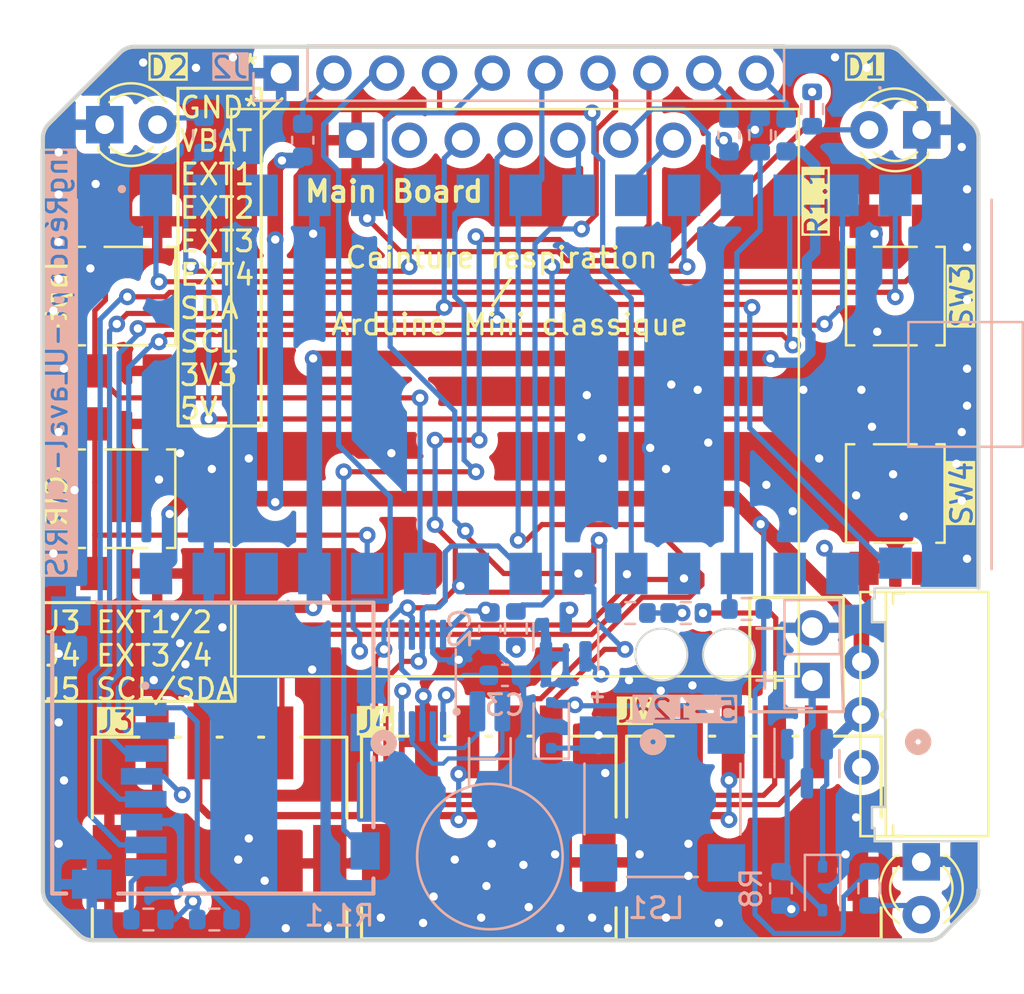
<source format=kicad_pcb>
(kicad_pcb (version 20241229) (generator "pcbnew") (generator_version "9.0")
  (title_block (title "Ceinture respiration") (date "2025-06-05") (rev "1.1") (company "IngReadapt"))
  (layers (0 "F.Cu" signal) (4 "In1.Cu" signal) (6 "In2.Cu" signal) (2 "B.Cu" signal) (13 "F.Paste" user) (15 "B.Paste" user) (5 "F.SilkS" user "F.Silkscreen") (7 "B.SilkS" user "B.Silkscreen") (1 "F.Mask" user) (3 "B.Mask" user) (25 "Edge.Cuts" user))
  (net 0 "")
  (net 1 "/DEVICES/LED2")
  (net 2 "/MCU/EXT4")
  (net 4 "GND")
  (net 5 "/DEVICES/LED1")
  (net 6 "/MCU/EXT3")
  (net 7 "/DEVICES/SD_DETECT")
  (net 8 "/DEVICES/BUZZER")
  (net 9 "/DEVICES/OLED_RST")
  (net 10 "/DEVICES/OLED_CS")
  (net 11 "/DEVICES/MISO")
  (net 12 "/DEVICES/SCK")
  (net 13 "+3.3V")
  (net 15 "/DEVICES/BTN4")
  (net 16 "/DEVICES/OLED_DC")
  (net 17 "/DEVICES/SD_CS")
  (net 18 "/MCU/bat_voltage")
  (net 19 "/SDA")
  (net 20 "/SCL")
  (net 21 "/MCU/EXT1")
  (net 22 "/MCU/EXT2")
  (net 23 "+5V")
  (net 25 "/DEVICES/BTN3")
  (net 26 "Net-(D3-A)")
  (net 27 "/DEVICES/BTN1")
  (net 28 "/DEVICES/BTN2")
  (net 29 "Net-(D5-A)")
  (net 30 "Net-(D2-A)")
  (net 31 "/DEVICES/M_REG")
  (net 32 "Net-(Q1-B)")
  (net 33 "/DEVICES/M+")
  (net 34 "/DEVICES/M-")
  (net 35 "/DEVICES/MOSI")
  (net 36 "Net-(D1-A)")
  (net 37 "/BATTERIE 9V/BAT+_PROT")
  (net 38 "/BATTERIE 9V/24V_PROT_GATE")
  (net 39 "/BATTERIE 9V/VBAT")
  (net 40 "Net-(J9-DAT2)")
  (net 41 "/BATTERIE 9V/BAT+")
  (net 42 "Net-(J9-DAT1)")
  (net 44 "Net-(J2-Pin_9)")
  (net 45 "Net-(J2-Pin_10)")
  (net 46 "Net-(J2-Pin_2)")
  (footprint "CentureResp:CONN4_20164_SEE" (layer "F.Cu") (at 155.447944 146.201301 180)
    (property "Reference" "J4")
    (property "Value" "Conn_01x06_Pin")
  )
  (footprint "Button_Switch_SMD:SW_SPST_TL3305B" (layer "F.Cu") (at 135 124.75 90)
    (property "Reference" "SW1")
    (property "Value" "SW_Push")
  )
  (footprint "Button_Switch_SMD:SW_SPST_TL3305B" (layer "F.Cu") (at 172 134.25 -90)
    (property "Reference" "SW4")
    (property "Value" "SW_Push")
  )
  (footprint "Button_Switch_SMD:SW_SPST_TL3305B" (layer "F.Cu") (at 172 124.75 -90)
    (property "Reference" "SW3")
    (property "Value" "SW_Push")
  )
  (footprint "CentureResp:CONN4_20164_SEE" (layer "F.Cu") (at 168.197944 146.201301 180)
    (property "Reference" "J5")
    (property "Value" "Conn_01x06_Pin")
  )
  (footprint "Button_Switch_SMD:SW_SPST_TL3305B" (layer "F.Cu") (at 135 134.5 90)
    (property "Reference" "SW2")
    (property "Value" "SW_Push")
  )
  (footprint "CentureResp:CONN4_20164_SEE" (layer "F.Cu") (at 142.5 146.25 180)
    (property "Reference" "J3")
    (property "Value" "Conn_01x06_Pin")
  )
  (footprint "CentureResp:EG1218" (layer "F.Cu") (at 170.36975 144.888 -90)
    (property "Reference" "S1" (hide yes))
    (property "Value" "EG1218")
    (fp_line (start -5.588 -0.508) (end -5.588 -0.635) (stroke (width 0.12)) (layer "Edge.Cuts"))
    (fp_line (start -4.445 -0.508) (end -5.588 -0.508) (stroke (width 0.12)) (layer "Edge.Cuts"))
    (fp_line (start 4.445 -0.508) (end 5.461 -0.508) (stroke (width 0.12)) (layer "Edge.Cuts"))
    (fp_line (start 5.461 -0.508) (end 5.461 -0.635) (stroke (width 0.12)) (layer "Edge.Cuts"))
    (fp_line (start -5.588 -0.635) (end -6.096 -0.635) (stroke (width 0.12)) (layer "Edge.Cuts"))
    (fp_line (start 6.096 -0.635) (end 5.461 -0.635) (stroke (width 0.12)) (layer "Edge.Cuts"))
    (fp_line (start 6.096 -0.635) (end 6.096 -1.524) (stroke (width 0.12)) (layer "Edge.Cuts"))
    (fp_line (start -4.445 -1.143) (end -4.445 -0.508) (stroke (width 0.12)) (layer "Edge.Cuts"))
    (fp_line (start 4.445 -1.143) (end 4.445 -0.508) (stroke (width 0.12)) (layer "Edge.Cuts"))
    (fp_line (start 4.445 -1.143) (end -4.445 -1.143) (stroke (width 0.12)) (layer "Edge.Cuts"))
    (fp_line (start -6.096 -1.524) (end -6.096 -0.635) (stroke (width 0.12)) (layer "Edge.Cuts"))
  )
  (footprint "LED_THT:LED_D3.0mm" (layer "F.Cu") (at 173.25 151.975 -90)
    (property "Reference" "D5" (hide yes))
    (property "Value" "LED")
  )
  (footprint "LED_THT:LED_D3.0mm" (layer "F.Cu") (at 133.975 116.5)
    (property "Reference" "D2")
    (property "Value" "GREEN")
  )
  (footprint "LED_THT:LED_D3.0mm" (layer "F.Cu") (at 173.275 116.75 180)
    (property "Reference" "D1")
    (property "Value" "RED" (hide yes))
  )
  (footprint "CentureResp:Adafruit_SSD1306_SPI" (layer "F.Cu") (at 153.71 117.25)
    (property "Reference" "J8" (hide yes))
    (property "Value" "Oled")
  )
  (footprint "Resistor_SMD:R_0603_1608Metric" (layer "B.Cu") (at 166.5 153.25 -90)
    (property "Reference" "R8")
    (property "Value" "10K")
  )
  (footprint "Resistor_SMD:R_0603_1608Metric" (layer "B.Cu") (at 159.25 140 180)
    (property "Reference" "R10" (hide yes))
    (property "Value" "10K")
  )
  (footprint "Package_TO_SOT_SMD:SOT-23" (layer "B.Cu") (at 167.75 147.25 -90)
    (property "Reference" "Q2" (hide yes))
    (property "Value" "AP10N04S")
  )
  (footprint "Connector_PinSocket_2.54mm:PinSocket_1x10_P2.54mm_Vertical" (layer "B.Cu") (at 142.46 114.02 -90)
    (property "Reference" "J2")
    (property "Value" "Conn_01x10_Socket")
  )
  (footprint "Package_SO:VSSOP-10_3x3mm_P0.5mm" (layer "B.Cu") (at 149.25 143.25 -90)
    (property "Reference" "U1" (hide yes))
    (property "Value" "DRV2605LDGS")
  )
  (footprint "Package_TO_SOT_SMD:SOT-23" (layer "B.Cu") (at 156.15 141.15 90)
    (property "Reference" "Q1" (hide yes))
    (property "Value" "MMBT3904")
  )
  (footprint "Connector_PinHeader_2.54mm:PinHeader_1x02_P2.54mm_Vertical" (layer "B.Cu") (at 168 143.25)
    (property "Reference" "J11" (hide yes))
    (property "Value" "Conn_01x02")
  )
  (footprint "Resistor_SMD:R_0603_1608Metric" (layer "B.Cu") (at 153.75 140.75 -90)
    (property "Reference" "R7" (hide yes))
    (property "Value" "1K")
  )
  (footprint "Resistor_SMD:R_0603_1608Metric" (layer "B.Cu") (at 136.075 154.75 180)
    (property "Reference" "R6" (hide yes))
    (property "Value" "10K")
  )
  (footprint "Resistor_SMD:R_0603_1608Metric" (layer "B.Cu") (at 161.925 140)
    (property "Reference" "R11" (hide yes))
    (property "Value" "10K")
  )
  (footprint "CentureResp:GCT_MEM2061-01-188-00-A_REVA" (layer "B.Cu") (at 139.175 146.5 90)
    (property "Reference" "J9" (hide yes))
    (property "Value" "MEM2061-01-188-00-A_REVA")
  )
  (footprint "Resistor_SMD:R_0603_1608Metric" (layer "B.Cu") (at 138.75 117 -90)
    (property "Reference" "R4" (hide yes))
    (property "Value" "1K")
  )
  (footprint "CentureResp:XDCR_C0720B001F" (layer "B.Cu") (at 152.5 149.75)
    (property "Reference" "M1" (hide yes))
    (property "Value" "Motor_DC")
  )
  (footprint "CentureResp:XDCR_CMT-7525-80-SMT-TR" (layer "B.Cu") (at 160.8 148.95 -90)
    (property "Reference" "LS1")
    (property "Value" "~" (hide yes))
  )
  (footprint "Diode_SMD:D_SOD-323" (layer "B.Cu") (at 168.5 153.25 -90)
    (property "Reference" "D4" (hide yes))
    (property "Value" "6-12V")
  )
  (footprint "Fuse:Fuse_0603_1608Metric" (layer "B.Cu") (at 166.75 117 -90)
    (property "Reference" "F2" (hide yes))
    (property "Value" "500mA")
  )
  (footprint "Fuse:Fuse_0603_1608Metric" (layer "B.Cu") (at 143.5 117.25 -90)
    (property "Reference" "F3" (hide yes))
    (property "Value" "500mA")
  )
  (footprint "Capacitor_SMD:C_0603_1608Metric" (layer "B.Cu") (at 153.225 143)
    (property "Reference" "C3")
    (property "Value" "1u")
  )
  (footprint "Diode_SMD:D_SOD-323F" (layer "B.Cu") (at 155.45 145.4 90)
    (property "Reference" "D3" (hide yes))
    (property "Value" "D")
  )
  (footprint "Resistor_SMD:R_0603_1608Metric" (layer "B.Cu") (at 168 115.75 90)
    (property "Reference" "R3" (hide yes))
    (property "Value" "1K")
  )
  (footprint "Capacitor_SMD:C_0603_1608Metric" (layer "B.Cu") (at 152.5 140.75 -90)
    (property "Reference" "C2")
    (property "Value" "1u")
  )
  (footprint "Resistor_SMD:R_0603_1608Metric" (layer "B.Cu") (at 139.25 154.75)
    (property "Reference" "R5" (hide yes))
    (property "Value" "10K")
  )
  (footprint "Resistor_SMD:R_0603_1608Metric" (layer "B.Cu") (at 164.845 139.808 180)
    (property "Reference" "R1" (hide yes))
    (property "Value" "10K")
  )
  (footprint "CentureResp:MODULE_ABX00027" (layer "B.Cu") (at 154.63 129)
    (property "Reference" "A1" (hide yes))
    (property "Value" "Arduino_Nano_v3.x")
  )
  (footprint "Resistor_SMD:R_0603_1608Metric" (layer "B.Cu") (at 165.5 117 90)
    (property "Reference" "R2" (hide yes))
    (property "Value" "1K")
  )
  (footprint "Fuse:Fuse_0603_1608Metric" (layer "B.Cu") (at 164 117 -90)
    (property "Reference" "F1" (hide yes))
    (property "Value" "500mA")
  )
  (footprint "Resistor_SMD:R_0603_1608Metric" (layer "B.Cu") (at 170.75 153.25 90)
    (property "Reference" "R9" (hide yes))
    (property "Value" "1K")
  )
  (gr_rect (start 165 139.25) (end 169.5 144.75) (stroke (width 0.15)) (fill no) (layer "F.SilkS"))
  (gr_rect (start 137.5 114.75) (end 141.5 131) (stroke (width 0.15)) (fill no) (layer "F.SilkS"))
  (gr_rect (start 131 139.5) (end 140.25 144.25) (stroke (width 0.15)) (fill no) (layer "F.SilkS"))
  (gr_line (start 141.5 116.25) (end 142.5 115.25) (stroke (width 0.15)) (layer "F.SilkS"))
  (gr_line (start 169.5 144.75) (end 165 144.75) (stroke (width 0.15)) (layer "B.SilkS"))
  (gr_rect (start 171.25 114.7246) (end 171.2754 114.75) (stroke (width 0.15)) (fill yes) (layer "B.SilkS"))
  (gr_line (start 169.33 139.38) (end 169.5 144.75) (stroke (width 0.15)) (layer "B.SilkS"))
  (gr_line (start 171.89375 138.792) (end 176 138.792) (stroke (width 0.1)) (layer "Edge.Cuts"))
  (gr_arc (start 131 117.164214) (mid 131.076116 116.781528) (end 131.292893 116.457107) (stroke (width 0.2)) (layer "Edge.Cuts"))
  (gr_arc (start 171.585786 112.75) (mid 171.968469 112.82612) (end 172.292893 113.042893) (stroke (width 0.2)) (layer "Edge.Cuts"))
  (gr_line (start 135.414214 112.75) (end 171.585786 112.75) (stroke (width 0.2)) (layer "Edge.Cuts"))
  (gr_line (start 133.414214 155.75) (end 173.585786 155.75) (stroke (width 0.2)) (layer "Edge.Cuts"))
  (gr_line (start 176 150.984) (end 176 153.335786) (stroke (width 0.1)) (layer "Edge.Cuts"))
  (gr_line (start 175.707107 154.042893) (end 174.292893 155.457107) (stroke (width 0.2)) (layer "Edge.Cuts"))
  (gr_arc (start 134.707107 113.042893) (mid 135.031531 112.826125) (end 135.414214 112.75) (stroke (width 0.2)) (layer "Edge.Cuts"))
  (gr_arc (start 131.292893 154.042893) (mid 131.076125 153.718469) (end 131 153.335786) (stroke (width 0.2)) (layer "Edge.Cuts"))
  (gr_arc (start 175.707107 116.457107) (mid 175.92388 116.78153) (end 176 117.164214) (stroke (width 0.2)) (layer "Edge.Cuts"))
  (gr_line (start 134.707107 113.042893) (end 131.292893 116.457107) (stroke (width 0.2)) (layer "Edge.Cuts"))
  (gr_circle (center 164 142) (end 164 140.75) (stroke (width 0.1)) (fill no) (layer "Edge.Cuts"))
  (gr_line (start 171.89375 150.984) (end 176 150.984) (stroke (width 0.1)) (layer "Edge.Cuts"))
  (gr_line (start 175.707107 116.457107) (end 172.292893 113.042893) (stroke (width 0.2)) (layer "Edge.Cuts"))
  (gr_line (start 176 138.792) (end 176 117.164214) (stroke (width 0.2)) (layer "Edge.Cuts"))
  (gr_arc (start 133.414214 155.75) (mid 133.031531 155.67388) (end 132.707107 155.457107) (stroke (width 0.2)) (layer "Edge.Cuts"))
  (gr_line (start 131 153.335786) (end 131 117.164214) (stroke (width 0.2)) (layer "Edge.Cuts"))
  (gr_circle (center 160.75 142) (end 160.75 140.75) (stroke (width 0.1)) (fill no) (layer "Edge.Cuts"))
  (gr_arc (start 174.292893 155.457107) (mid 173.968469 155.673875) (end 173.585786 155.75) (stroke (width 0.2)) (layer "Edge.Cuts"))
  (gr_line (start 131.292893 154.042893) (end 132.707107 155.457107) (stroke (width 0.2)) (layer "Edge.Cuts"))
  (gr_arc (start 176 153.335786) (mid 175.923884 153.718472) (end 175.707107 154.042893) (stroke (width 0.2)) (layer "Edge.Cuts"))
  (gr_text "R1.1" (at 168.8 122 90) (layer "F.SilkS" knockout) (effects (font (size 1 1)) (justify left bottom)))
  (gr_text "*" (at 140.5 114.25 0) (layer "F.SilkS") (effects (font (size 1 1)) (justify left bottom)))
  (gr_text "-" (at 165.5 141.25 0) (layer "F.SilkS") (effects (font (size 1 1)) (justify left bottom)))
  (gr_text "+" (at 165.5 143.75 0) (layer "F.SilkS") (effects (font (size 1 1)) (justify left bottom)))
  (gr_text "Ceinture respiration \n/ \nArduino Mini classique" (at 153.45 126.7 0) (layer "F.SilkS") (effects (font (size 1 1)) (justify bottom)))
  (gr_text "GND*\nVBAT\nEXT1\nEXT2\nEXT3\nEXT4\nSDA\nSCL\n3V3\n5V" (at 137.5 130.75 0) (layer "F.SilkS") (effects (font (size 1 1)) (justify left bottom)))
  (gr_text "Main Board" (at 143.5 120.3 0) (layer "F.SilkS") (effects (font (size 1 1) (thickness 0.2) (bold yes)) (justify left bottom)))
  (gr_text "J3 EXT1/2\nJ4 EXT3/4\nJ5 SCL/SDA" (at 131 144.25 0) (layer "F.SilkS") (effects (font (size 1 1)) (justify left bottom)))
  (gr_text "-" (at 165 141.25 0) (layer "B.SilkS") (effects (font (size 1 1)) (justify left bottom)))
  (gr_text "+" (at 165 143.75 0) (layer "B.SilkS") (effects (font (size 1 1)) (justify left bottom)))
  (gr_text "IngRéadapt-ULaval-CIRRIS" (at 132.25 117.5 90) (layer "B.SilkS" knockout) (effects (font (size 1 1)) (justify left bottom mirror)))
  (gr_text "5-12V" (at 164.5 145.25 0) (layer "B.SilkS" knockout) (effects (font (size 1 1)) (justify left bottom mirror)))
  (gr_text "R1.1" (at 147.05 155.15 0) (layer "B.SilkS") (effects (font (size 1 1)) (justify left bottom mirror)))
  (segment (start 148.623301 123.3355) (end 148.406801 123.552) (width 0.25) (layer "F.Cu") (net 1))
  (segment (start 138.332799 123.552) (end 138.116299 123.3355) (width 0.25) (layer "F.Cu") (net 1))
  (segment (start 148.406801 123.552) (end 138.332799 123.552) (width 0.25) (layer "F.Cu") (net 1))
  (via (at 138.116299 123.3355) (size 0.8) (drill 0.4) (layers "F.Cu" "B.Cu") (net 1))
  (via (at 148.623301 123.3355) (size 0.8) (drill 0.4) (layers "F.Cu" "B.Cu") (net 1))
  (segment (start 148.623301 123.3355) (end 148.623301 120.416699) (width 0.25) (layer "B.Cu") (net 1))
  (segment (start 137.875 123.094201) (end 137.875 118.7) (width 0.25) (layer "B.Cu") (net 1))
  (segment (start 137.875 118.7) (end 138.75 117.825) (width 0.25) (layer "B.Cu") (net 1))
  (segment (start 138.116299 123.3355) (end 137.875 123.094201) (width 0.25) (layer "B.Cu") (net 1))
  (segment (start 148.623301 120.416699) (end 149.14 119.9) (width 0.25) (layer "B.Cu") (net 1))
  (segment (start 162.6992 138.173095) (end 162.6992 138.6396) (width 0.25) (layer "F.Cu") (net 2))
  (segment (start 153.86 136.5) (end 154.25 136.5) (width 0.25) (layer "F.Cu") (net 2))
  (segment (start 155.006 135.744) (end 160.270105 135.744) (width 0.25) (layer "F.Cu") (net 2))
  (segment (start 153.447948 146.201301) (end 153.447948 145.252597) (width 0.25) (layer "F.Cu") (net 2))
  (segment (start 153.447948 145.252597) (end 154.576844 144.123701) (width 0.25) (layer "F.Cu") (net 2))
  (segment (start 162.09695 139.24185) (end 162.6992 138.6396) (width 0.25) (layer "F.Cu") (net 2))
  (segment (start 154.576844 144.123701) (end 154.944149 144.123701) (width 0.25) (layer "F.Cu") (net 2))
  (segment (start 154.944149 144.123701) (end 159.826 139.24185) (width 0.25) (layer "F.Cu") (net 2))
  (segment (start 160.270105 135.744) (end 162.6992 138.173095) (width 0.25) (layer "F.Cu") (net 2))
  (segment (start 159.826 139.24185) (end 162.09695 139.24185) (width 0.25) (layer "F.Cu") (net 2))
  (segment (start 154.25 136.5) (end 155.006 135.744) (width 0.25) (layer "F.Cu") (net 2))
  (via (at 153.86 136.5) (size 0.8) (drill 0.4) (layers "F.Cu" "B.Cu") (net 2))
  (segment (start 153.86 120.26) (end 154.22 119.9) (width 0.25) (layer "B.Cu") (net 2))
  (segment (start 155 114.18) (end 155 119.12) (width 0.25) (layer "B.Cu") (net 2))
  (segment (start 155.16 114.02) (end 155 114.18) (width 0.25) (layer "B.Cu") (net 2))
  (segment (start 155 119.12) (end 154.22 119.9) (width 0.25) (layer "B.Cu") (net 2))
  (segment (start 153.86 136.5) (end 153.86 120.26) (width 0.25) (layer "B.Cu") (net 2))
  (segment (start 170.524252 151.975) (end 170.49795 152.001302) (width 0.5) (layer "F.Cu") (net 4))
  (segment (start 149.3 144) (end 149.447956 144.147956) (width 0.25) (layer "F.Cu") (net 4))
  (segment (start 173.25 151.975) (end 170.524252 151.975) (width 0.5) (layer "F.Cu") (net 4))
  (segment (start 149.447956 144.147956) (end 149.447956 146.201301) (width 0.25) (layer "F.Cu") (net 4))
  (segment (start 170.5 121.25) (end 171 121.75) (width 0.25) (layer "F.Cu") (net 4))
  (segment (start 170.5 121.15) (end 170.5 121.25) (width 0.25) (layer "F.Cu") (net 4))
  (via (at 140.906 132.562) (size 0.8) (drill 0.4) (layers "F.Cu" "B.Cu") (net 4))
  (via (at 162.496 129.26) (size 0.8) (drill 0.4) (layers "F.Cu" "B.Cu") (net 4))
  (via (at 152.336 153.136) (size 0.8) (drill 0.4) (layers "F.Cu" "B.Cu") (net 4))
  (via (at 143.954 142.722) (size 0.8) (drill 0.4) (layers "F.Cu" "B.Cu") (net 4))
  (via (at 170.37 129.26) (size 0.8) (drill 0.4) (layers "F.Cu" "B.Cu") (net 4))
  (via (at 175.196 134.594) (size 0.8) (drill 0.4) (layers "F.Cu" "B.Cu") (net 4))
  (via (at 174.942 132.816) (size 0.8) (drill 0.4) (layers "F.Cu" "B.Cu") (net 4))
  (via (at 140.144 113.258) (size 0.8) (drill 0.4) (layers "F.Cu" "B.Cu") (net 4))
  (via (at 140.144 127.99) (size 0.8) (drill 0.4) (layers "F.Cu" "B.Cu") (net 4))
  (via (at 157.924 132.562) (size 0.8) (drill 0.4) (layers "F.Cu" "B.Cu") (net 4))
  (via (at 171 121.75) (size 0.8) (drill 0.4) (layers "F.Cu" "B.Cu") (net 4))
  (via (at 138.366 113.766) (size 0.8) (drill 0.4) (layers "F.Cu" "B.Cu") (net 4))
  (via (at 144 121.75) (size 0.8) (drill 0.4) (layers "F.Cu" "B.Cu") (net 4))
  (via (at 160.718 143.738) (size 0.8) (drill 0.4) (layers "F.Cu" "B.Cu") (net 4))
  (via (at 154.368 154.152) (size 0.8) (drill 0.4) (layers "F.Cu" "B.Cu") (net 4))
  (via (at 175.45 122.402) (size 0.8) (drill 0.4) (layers "F.Cu" "B.Cu") (net 4))
  (via (at 139.128 133.07) (size 0.8) (drill 0.4) (layers "F.Cu" "B.Cu") (net 4))
  (via (at 162.05 151.104) (size 0.8) (drill 0.4) (layers "F.Cu" "B.Cu") (net 4))
  (via (at 156.908 131.546) (size 0.8) (drill 0.4) (layers "F.Cu" "B.Cu") (net 4))
  (via (at 154.114 152.12) (size 0.8) (drill 0.4) (layers "F.Cu" "B.Cu") (net 4))
  (via (at 163.512 154.914) (size 0.8) (drill 0.4) (layers "F.Cu" "B.Cu") (net 4))
  (via (at 131.762 151.104) (size 0.8) (drill 0.4) (layers "F.Cu" "B.Cu") (net 4))
  (via (at 168.338 132.562) (size 0.8) (drill 0.4) (layers "F.Cu" "B.Cu") (net 4))
  (via (at 165.798 133.832) (size 0.8) (drill 0.4) (layers "F.Cu" "B.Cu") (net 4))
  (via (at 155.638 151.612) (size 0.8) (drill 0.4) (layers "F.Cu" "B.Cu") (net 4))
  (via (at 170.116 149.834) (size 0.8) (drill 0.4) (layers "F.Cu" "B.Cu") (net 4))
  (via (at 147.256 154.66) (size 0.8) (drill 0.4) (layers "F.Cu" "B.Cu") (net 4))
  (via (at 165.25 116.75) (size 0.8) (drill 0.4) (layers "F.Cu" "B.Cu") (net 4))
  (via (at 147.764 132.308) (size 0.8) (drill 0.4) (layers "F.Cu" "B.Cu") (net 4))
  (via (at 172.402 135.356) (size 0.8) (drill 0.4) (layers "F.Cu" "B.Cu") (net 4))
  (via (at 162.242 143.484) (size 0.8) (drill 0.4) (layers "F.Cu" "B.Cu") (net 4))
  (via (at 162.05 152.65) (size 0.8) (drill 0.4) (layers "F.Cu" "B.Cu") (net 4))
  (via (at 160.972 154.66) (size 0.8) (drill 0.4) (layers "F.Cu" "B.Cu") (net 4))
  (via (at 133.54 119.354) (size 0.8) (drill 0.4) (layers "F.Cu" "B.Cu") (net 4))
  (via (at 142.684 155.168) (size 0.8) (drill 0.4) (layers "F.Cu" "B.Cu") (net 4))
  (via (at 163.004 131.8) (size 0.8) (drill 0.4) (layers "F.Cu" "B.Cu") (net 4))
  (via (at 167.068 135.102) (size 0.8) (drill 0.4) (layers "F.Cu" "B.Cu") (net 4))
  (via (at 139.636 140.69) (size 0.8) (drill 0.4) (layers "F.Cu" "B.Cu") (net 4))
  (via (at 131.508 137.134) (size 0.8) (drill 0.4) (layers "F.Cu" "B.Cu") (net 4))
  (via (at 137.35 140.182) (size 0.8) (drill 0.4) (layers "F.Cu" "B.Cu") (net 4))
  (via (at 149.288 154.914) (size 0.8) (drill 0.4) (layers "F.Cu" "B.Cu") (net 4))
  (via (at 132.524 134.086) (size 0.8) (drill 0.4) (layers "F.Cu" "B.Cu") (net 4))
  (via (at 131.762 122.148) (size 0.8) (drill 0.4) (layers "F.Cu" "B.Cu") (net 4))
  (via (at 132.016 148.056) (size 0.8) (drill 0.4) (layers "F.Cu" "B.Cu") (net 4))
  (via (at 169.608 151.612) (size 0.8) (drill 0.4) (layers "F.Cu" "B.Cu") (net 4))
  (via (at 140.398 151.866) (size 0.8) (drill 0.4) (layers "F.Cu" "B.Cu") (net 4))
  (via (at 160.21 132.054) (size 0.8) (drill 0.4) (layers "F.Cu" "B.Cu") (net 4))
  (via (at 135.826 113.512) (size 0.8) (drill 0.4) (layers "F.Cu" "B.Cu") (net 4))
  (via (at 175.45 119.608) (size 0.8) (drill 0.4) (layers "F.Cu" "B.Cu") (net 4))
  (via (at 175.45 137.388) (size 0.8) (drill 0.4) (layers "F.Cu" "B.Cu") (net 4))
  (via (at 169.1 113.258) (size 0.8) (drill 0.4) (layers "F.Cu" "B.Cu") (net 4))
  (via (at 175.45 128.244) (size 0.8) (drill 0.4) (layers "F.Cu" "B.Cu") (net 4))
  (via (at 152.59 151.104) (size 0.8) (drill 0.4) (layers "F.Cu" "B.Cu") (net 4))
  (via (at 140.906 150.85) (size 0.8) (drill 0.4) (layers "F.Cu" "B.Cu") (net 4))
  (via (at 175.196 117.576) (size 0.8) (drill 0.4) (layers "F.Cu" "B.Cu") (net 4))
  (via (at 159.194 143.23) (size 0.8) (drill 0.4) (layers "F.Cu" "B.Cu") (net 4))
  (via (at 159.702 151.612) (size 0.8) (drill 0.4) (layers "F.Cu" "B.Cu") (net 4))
  (via (at 144.716 155.168) (size 0.8) (drill 0.4) (layers "F.Cu" "B.Cu") (net 4))
  (via (at 149.796 153.644) (size 0.8) (drill 0.4) (layers "F.Cu" "B.Cu") (net 4))
  (via (at 175.45 124.942) (size 0.8) (drill 0.4) (layers "F.Cu" "B.Cu") (net 4))
  (via (at 157.416 154.66) (size 0.8) (drill 0.4) (layers "F.Cu" "B.Cu") (net 4))
  (via (at 170.878 131.038) (size 0.8) (drill 0.4) (layers "F.Cu" "B.Cu") (net 4))
  (via (at 131.762 117.83) (size 0.8) (drill 0.4) (layers "F.Cu" "B.Cu") (net 4))
  (via (at 131.762 119.862) (size 0.8) (drill 0.4) (layers "F.Cu" "B.Cu") (net 4))
  (via (at 131.762 145.262) (size 0.8) (drill 0.4) (layers "F.Cu" "B.Cu") (net 4))
  (via (at 161.226 129.006) (size 0.8) (drill 0.4) (layers "F.Cu" "B.Cu") (net 4))
  (via (at 155.892 155.168) (size 0.8) (drill 0.4) (layers "F.Cu" "B.Cu") (net 4))
  (via (at 137.858 142.468) (size 0.8) (drill 0.4) (layers "F.Cu" "B.Cu") (net 4))
  (via (at 157.162 129.514) (size 0.8) (drill 0.4) (layers "F.Cu" "B.Cu") (net 4))
  (via (at 158.05 147.7) (size 0.8) (drill 0.4) (layers "F.Cu" "B.Cu") (net 4))
  (via (at 131.762 131.292) (size 0.8) (drill 0.4) (layers "F.Cu" "B.Cu") (net 4))
  (via (at 131.508 125.45) (size 0.8) (drill 0.4) (layers "F.Cu" "B.Cu") (net 4))
  (via (at 175.45 130.022) (size 0.8) (drill 0.4) (layers "F.Cu" "B.Cu") (net 4))
  (via (at 160.972 133.07) (size 0.8) (drill 0.4) (layers "F.Cu" "B.Cu") (net 4))
  (via (at 137.35 153.39) (size 0.8) (drill 0.4) (layers "F.Cu" "B.Cu") (net 4))
  (via (at 149.3 144) (size 0.8) (drill 0.4) (layers "F.Cu" "B.Cu") (net 4))
  (via (at 133.286 123.418) (size 0.8) (drill 0.4) (layers "F.Cu" "B.Cu") (net 4))
  (via (at 158.178 155.168) (size 0.8) (drill 0.4) (layers "F.Cu" "B.Cu") (net 4))
  (via (at 136.334 143.23) (size 0.8) (drill 0.4) (layers "F.Cu" "B.Cu") (net 4))
  (via (at 136.588 133.578) (size 0.8) (drill 0.4) (layers "F.Cu" "B.Cu") (net 4))
  (via (at 175.196 131.292) (size 0.8) (drill 0.4) (layers "F.Cu" "B.Cu") (net 4))
  (via (at 137.604 132.308) (size 0.8) (drill 0.4) (layers "F.Cu" "B.Cu") (net 4))
  (via (at 132.016 128.244) (size 0.8) (drill 0.4) (layers "F.Cu" "B.Cu") (net 4))
  (via (at 137.604 141.452) (size 0.8) (drill 0.4) (layers "F.Cu" "B.Cu") (net 4))
  (via (at 141.668 152.882) (size 0.8) (drill 0.4) (layers "F.Cu" "B.Cu") (net 4))
  (via (at 151 142.25) (size 0.8) (drill 0.4) (layers "F.Cu" "B.Cu") (net 4))
  (via (at 171.132 126.466) (size 0.8) (drill 0.4) (layers "F.Cu" "B.Cu") (net 4))
  (via (at 170.116 134.34) (size 0.8) (drill 0.4) (layers "F.Cu" "B.Cu") (net 4))
  (via (at 131.762 123.926) (size 0.8) (drill 0.4) (layers "F.Cu" "B.Cu") (net 4))
  (via (at 167 154.25) (size 0.8) (drill 0.4) (layers "F.Cu" "B.Cu") (net 4))
  (via (at 171.894 133.324) (size 0.8) (drill 0.4) (layers "F.Cu" "B.Cu") (net 4))
  (via (at 150.812 151.866) (size 0.8) (drill 0.4) (layers "F.Cu" "B.Cu") (net 4))
  (via (at 167.576 129.26) (size 0.8) (drill 0.4) (layers "F.Cu" "B.Cu") (net 4))
  (via (at 152.082 154.66) (size 0.8) (drill 0.4) (layers "F.Cu" "B.Cu") (net 4))
  (via (at 170.624 113.766) (size 0.8) (drill 0.4) (layers "F.Cu" "B.Cu") (net 4))
  (via (at 131.762 141.96) (size 0.8) (drill 0.4) (layers "F.Cu" "B.Cu") (net 4))
  (segment (start 154 143) (end 153.25 142.25) (width 0.25) (layer "B.Cu") (net 4))
  (segment (start 144.06 121.69) (end 144 121.75) (width 0.5) (layer "B.Cu") (net 4))
  (segment (start 155.2 142.0875) (end 154.9125 142.0875) (width 0.25) (layer "B.Cu") (net 4))
  (segment (start 154.9125 142.0875) (end 154 143) (width 0.25) (layer "B.Cu") (net 4))
  (segment (start 149.75 141.914) (end 149.75 141.05) (width 0.25) (layer "B.Cu") (net 4))
  (segment (start 152.5 141.525) (end 151.975 141.525) (width 0.25) (layer "B.Cu") (net 4))
  (segment (start 152.5 141.542462) (end 153.228769 142.271231) (width 0.25) (layer "B.Cu") (net 4))
  (segment (start 150.086 142.25) (end 149.75 141.914) (width 0.25) (layer "B.Cu") (net 4))
  (segment (start 149.3 144) (end 149.25 144.05) (width 0.25) (layer "B.Cu") (net 4))
  (segment (start 144.06 119.9) (end 144.06 121.69) (width 0.5) (layer "B.Cu") (net 4))
  (segment (start 151.975 141.525) (end 151.25 142.25) (width 0.25) (layer "B.Cu") (net 4))
  (segment (start 152.5 141.525) (end 152.5 141.542462) (width 0.25) (layer "B.Cu") (net 4))
  (segment (start 155.2 142.0875) (end 155.0625 141.95) (width 0.25) (layer "B.Cu") (net 4))
  (segment (start 151.25 142.25) (end 150.086 142.25) (width 0.25) (layer "B.Cu") (net 4))
  (segment (start 149.25 144.05) (end 149.25 145.45) (width 0.25) (layer "B.Cu") (net 4))
  (segment (start 155.0625 141.95) (end 155.0625 141.9375) (width 0.25) (layer "B.Cu") (net 4))
  (segment (start 144.06 119.31) (end 144.06 119.9) (width 0.5) (layer "B.Cu") (net 4))
  (segment (start 156.219405 123.044) (end 155.785905 122.6105) (width 0.25) (layer "F.Cu") (net 5))
  (segment (start 161.254195 123.044) (end 156.219405 123.044) (width 0.25) (layer "F.Cu") (net 5))
  (segment (start 155.785905 122.6105) (end 148.1985 122.6105) (width 0.25) (layer "F.Cu") (net 5))
  (segment (start 168 114.925) (end 168 116.298195) (width 0.25) (layer "F.Cu") (net 5))
  (segment (start 168 116.298195) (end 161.254195 123.044) (width 0.25) (layer "F.Cu") (net 5))
  (segment (start 148.1985 122.6105) (end 146.6 121.012) (width 0.25) (layer "F.Cu") (net 5))
  (via (at 146.6 121.012) (size 0.8) (drill 0.4) (layers "F.Cu" "B.Cu") (net 5))
  (via (at 168 114.925) (size 0.8) (drill 0.4) (layers "F.Cu" "B.Cu") (net 5))
  (segment (start 146.6 121.012) (end 146.6 119.9) (width 0.25) (layer "B.Cu") (net 5))
  (segment (start 151.32 136.0505) (end 151.32 136.252) (width 0.25) (layer "F.Cu") (net 6))
  (segment (start 153.168 138.1) (end 156.76 138.1) (width 0.25) (layer "F.Cu") (net 6))
  (segment (start 159 141.75) (end 158.014 141.75) (width 0.25) (layer "F.Cu") (net 6))
  (segment (start 151.32 136.252) (end 153.168 138.1) (width 0.25) (layer "F.Cu") (net 6))
  (segment (start 155.447944 144.316056) (end 155.447944 146.201301) (width 0.25) (layer "F.Cu") (net 6))
  (segment (start 158.014 141.75) (end 155.447944 144.316056) (width 0.25) (layer "F.Cu") (net 6))
  (via (at 159 141.75) (size 0.8) (drill 0.4) (layers "F.Cu" "B.Cu") (net 6))
  (via (at 151.32 136.0505) (size 0.8) (drill 0.4) (layers "F.Cu" "B.Cu") (net 6))
  (via (at 156.76 138.1) (size 0.8) (drill 0.4) (layers "F.Cu" "B.Cu") (net 6))
  (segment (start 147.705 118.413) (end 147.455 118.163) (width 0.25) (layer "B.Cu") (net 6))
  (segment (start 150.812 135.5425) (end 150.812 130.294695) (width 0.25) (layer "B.Cu") (net 6))
  (segment (start 151.32 136.0505) (end 150.812 135.5425) (width 0.25) (layer "B.Cu") (net 6))
  (segment (start 147.455 118.163) (end 147.455 116.295) (width 0.25) (layer "B.Cu") (net 6))
  (segment (start 157.5 140.3) (end 157.5 138.84) (width 0.25) (layer "B.Cu") (net 6))
  (segment (start 159 141.75) (end 158.95 141.75) (width 0.25) (layer "B.Cu") (net 6))
  (segment (start 147.705 127.187695) (end 147.705 118.413) (width 0.25) (layer "B.Cu") (net 6))
  (segment (start 157.5 138.84) (end 156.76 138.1) (width 0.25) (layer "B.Cu") (net 6))
  (segment (start 150.708 115.932) (end 152.62 114.02) (width 0.25) (layer "B.Cu") (net 6))
  (segment (start 150.812 130.294695) (end 147.705 127.187695) (width 0.25) (layer "B.Cu") (net 6))
  (segment (start 158.95 141.75) (end 157.5 140.3) (width 0.25) (layer "B.Cu") (net 6))
  (segment (start 147.818 115.932) (end 150.708 115.932) (width 0.25) (layer "B.Cu") (net 6))
  (segment (start 147.455 116.295) (end 147.818 115.932) (width 0.25) (layer "B.Cu") (net 6))
  (segment (start 151.828 133.204) (end 145.475 133.204) (width 0.25) (layer "F.Cu") (net 7))
  (via (at 145.475 133.204) (size 0.8) (drill 0.4) (layers "F.Cu" "B.Cu") (net 7))
  (via (at 151.828 133.204) (size 0.8) (drill 0.4) (layers "F.Cu" "B.Cu") (net 7))
  (segment (start 151.68 119.9) (end 150.812 120.768) (width 0.25) (layer "B.Cu") (net 7))
  (segment (start 151.262 125.225195) (end 151.262 132.638) (width 0.25) (layer "B.Cu") (net 7))
  (segment (start 146.5 151.45) (end 145.475 150.425) (width 0.25) (layer "B.Cu") (net 7))
  (segment (start 150.812 120.768) (end 150.812 124.775195) (width 0.25) (layer "B.Cu") (net 7))
  (segment (start 151.262 132.638) (end 151.828 133.204) (width 0.25) (layer "B.Cu") (net 7))
  (segment (start 145.475 150.425) (end 145.475 133.204) (width 0.25) (layer "B.Cu") (net 7))
  (segment (start 150.812 124.775195) (end 151.262 125.225195) (width 0.25) (layer "B.Cu") (net 7))
  (segment (start 161.7715 123.552) (end 161.988 123.3355) (width 0.25) (layer "F.Cu") (net 8))
  (segment (start 155.4856 123.3355) (end 155.7021 123.552) (width 0.25) (layer "F.Cu") (net 8))
  (segment (start 155.7021 123.552) (end 161.7715 123.552) (width 0.25) (layer "F.Cu") (net 8))
  (via (at 155.4856 123.3355) (size 0.8) (drill 0.4) (layers "F.Cu" "B.Cu") (net 8))
  (via (at 161.988 123.3355) (size 0.8) (drill 0.4) (layers "F.Cu" "B.Cu") (net 8))
  (segment (start 154.0625 139.6125) (end 153.75 139.925) (width 0.25) (layer "B.Cu") (net 8))
  (segment (start 155.4856 123.3355) (end 155.4856 136.76) (width 0.25) (layer "B.Cu") (net 8))
  (segment (start 155.0207 139.6125) (end 154.0625 139.6125) (width 0.25) (layer "B.Cu") (net 8))
  (segment (start 161.988 123.3355) (end 161.84 123.1875) (width 0.25) (layer "B.Cu") (net 8))
  (segment (start 155.4856 136.76) (end 155.4856 139.1476) (width 0.25) (layer "B.Cu") (net 8))
  (segment (start 155.4856 139.1476) (end 155.0207 139.6125) (width 0.25) (layer "B.Cu") (net 8))
  (segment (start 161.84 123.1875) (end 161.84 119.9) (width 0.25) (layer "B.Cu") (net 8))
  (segment (start 156.76 117.76) (end 156.25 117.25) (width 0.25) (layer "B.Cu") (net 9))
  (segment (start 156.76 119.9) (end 156.76 117.76) (width 0.25) (layer "B.Cu") (net 9))
  (segment (start 159.3 119.28) (end 161.33 117.25) (width 0.25) (layer "B.Cu") (net 10))
  (segment (start 159.3 119.9) (end 159.3 119.28) (width 0.25) (layer "B.Cu") (net 10))
  (segment (start 171.7835 124.568) (end 172 124.7845) (width 0.25) (layer "F.Cu") (net 11))
  (segment (start 135.064 124.7845) (end 136.888805 124.7845) (width 0.25) (layer "F.Cu") (net 11))
  (segment (start 136.888805 124.7845) (end 137.105305 124.568) (width 0.25) (layer "F.Cu") (net 11))
  (segment (start 137.105305 124.568) (end 171.7835 124.568) (width 0.25) (layer "F.Cu") (net 11))
  (via (at 172 124.7845) (size 0.8) (drill 0.4) (layers "F.Cu" "B.Cu") (net 11))
  (via (at 135.064 124.7845) (size 0.8) (drill 0.4) (layers "F.Cu" "B.Cu") (net 11))
  (segment (start 134.838195 124.7845) (end 133.7576 125.865095) (width 0.25) (layer "B.Cu") (net 11))
  (segment (start 133.7576 125.865095) (end 133.7576 142.534008) (width 0.25) (layer "B.Cu") (net 11))
  (segment (start 133.275 149.735) (end 134.7 151.16) (width 0.25) (layer "B.Cu") (net 11))
  (segment (start 172 119.9) (end 172 124.716) (width 0.25) (layer "B.Cu") (net 11))
  (segment (start 134.7 151.16) (end 135.95 151.16) (width 0.25) (layer "B.Cu") (net 11))
  (segment (start 133.275 143.016608) (end 133.275 149.735) (width 0.25) (layer "B.Cu") (net 11))
  (segment (start 133.7576 142.534008) (end 133.275 143.016608) (width 0.25) (layer "B.Cu") (net 11))
  (segment (start 171.9315 124.7845) (end 172 124.7845) (width 0.25) (layer "B.Cu") (net 11))
  (segment (start 135.064 124.7845) (end 134.838195 124.7845) (width 0.25) (layer "B.Cu") (net 11))
  (segment (start 172 124.716) (end 171.9315 124.7845) (width 0.25) (layer "B.Cu") (net 11))
  (segment (start 135.064 125.584) (end 134.556 126.092) (width 0.25) (layer "F.Cu") (net 12))
  (segment (start 150.0125 125.584) (end 135.064 125.584) (width 0.25) (layer "F.Cu") (net 12))
  (segment (start 150.304 125.2925) (end 150.0125 125.584) (width 0.25) (layer "F.Cu") (net 12))
  (segment (start 150.446 125.1505) (end 150.304 125.2925) (width 0.25) (layer "F.Cu") (net 12))
  (segment (start 165.1045 125.2925) (end 164.9625 125.1505) (width 0.25) (layer "F.Cu") (net 12))
  (segment (start 164.9625 125.1505) (end 150.446 125.1505) (width 0.25) (layer "F.Cu") (net 12))
  (via (at 134.556 126.092) (size 0.8) (drill 0.4) (layers "F.Cu" "B.Cu") (net 12))
  (via (at 150.304 125.2925) (size 0.8) (drill 0.4) (layers "F.Cu" "B.Cu") (net 12))
  (via (at 165.1045 125.2925) (size 0.8) (drill 0.4) (layers "F.Cu" "B.Cu") (net 12))
  (segment (start 172 138.1) (end 165 131.1) (width 0.25) (layer "B.Cu") (net 12))
  (segment (start 150.304 118.116) (end 151.17 117.25) (width 0.25) (layer "B.Cu") (net 12))
  (segment (start 133.725 143.203004) (end 134.2076 142.720404) (width 0.25) (layer "B.Cu") (net 12))
  (segment (start 135.95 148.96) (end 134.7 148.96) (width 0.25) (layer "B.Cu") (net 12))
  (segment (start 165 125.397) (end 165.1045 125.2925) (width 0.25) (layer "B.Cu") (net 12))
  (segment (start 134.7 148.96) (end 133.725 147.985) (width 0.25) (layer "B.Cu") (net 12))
  (segment (start 134.2076 142.720404) (end 134.2076 126.4404) (width 0.25) (layer "B.Cu") (net 12))
  (segment (start 150.304 125.2925) (end 150.304 118.116) (width 0.25) (layer "B.Cu") (net 12))
  (segment (start 165 131.1) (end 165 125.75) (width 0.25) (layer "B.Cu") (net 12))
  (segment (start 134.2076 126.4404) (end 134.556 126.092) (width 0.25) (layer "B.Cu") (net 12))
  (segment (start 165 125.75) (end 165 125.397) (width 0.25) (layer "B.Cu") (net 12))
  (segment (start 133.725 147.985) (end 133.725 143.203004) (width 0.25) (layer "B.Cu") (net 12))
  (via (at 157.725 145.875) (size 0.8) (drill 0.4) (layers "F.Cu" "B.Cu") (net 13))
  (via (at 168.592 136.88) (size 0.8) (drill 0.4) (layers "F.Cu" "B.Cu") (net 13))
  (via (at 163.75 117.25) (size 0.8) (drill 0.4) (layers "F.Cu" "B.Cu") (net 13))
  (via (at 138.224356 153.874259) (size 0.8) (drill 0.4) (layers "F.Cu" "B.Cu") (net 13))
  (via (at 150.4 143.95) (size 0.8) (drill 0.4) (layers "F.Cu" "B.Cu") (net 13))
  (via (at 152.3 139.8522) (size 0.8) (drill 0.4) (layers "F.Cu" "B.Cu") (net 13))
  (via (at 161.75 140) (size 0.8) (drill 0.4) (layers "F.Cu" "B.Cu") (net 13))
  (via (at 137.7005 148.75) (size 0.8) (drill 0.4) (layers "F.Cu" "B.Cu") (net 13))
  (via (at 148.3 143.75) (size 0.8) (drill 0.4) (layers "F.Cu" "B.Cu") (net 13))
  (segment (start 163.75 117.25) (end 164 117.5) (width 0.25) (layer "B.Cu") (net 13))
  (segment (start 155.45 146.5) (end 157.1 146.5) (width 0.25) (layer "B.Cu") (net 13))
  (segment (start 148.25 144.014) (end 148.25 145.45) (width 0.25) (layer "B.Cu") (net 13))
  (segment (start 169.46 137.748) (end 168.592 136.88) (width 0.25) (layer "B.Cu") (net 13))
  (segment (start 151.4 139.9) (end 150.25 141.05) (width 0.25) (layer "B.Cu") (net 13))
  (segment (start 152.2522 139.9) (end 151.4 139.9) (width 0.25) (layer "B.Cu") (net 13))
  (segment (start 150.25 144.1) (end 150.4 143.95) (width 0.25) (layer "B.Cu") (net 13))
  (segment (start 135.75 147.86) (end 136.8105 147.86) (width 0.25) (layer "B.Cu") (net 13))
  (segment (start 160.5 140) (end 161.1 140) (width 0.25) (layer "B.Cu") (net 13))
  (segment (start 157.1 146.5) (end 157.725 145.875) (width 0.25) (layer "B.Cu") (net 13))
  (segment (start 148.3 143.964) (end 148.25 144.014) (width 0.25) (layer "B.Cu") (net 13))
  (segment (start 152.4228 139.975) (end 152.3 139.8522) (width 0.25) (layer "B.Cu") (net 13))
  (segment (start 160.5 140) (end 161.75 140) (width 0.25) (layer "B.Cu") (net 13))
  (segment (start 137.348615 154.75) (end 138.224356 153.874259) (width 0.25) (layer "B.Cu") (net 13))
  (segment (start 152.5 139.975) (end 152.4228 139.975) (width 0.25) (layer "B.Cu") (net 13))
  (segment (start 164 117.5) (end 164 117.7875) (width 0.25) (layer "B.Cu") (net 13))
  (segment (start 138.224356 153.874259) (end 138.425 154.074903) (width 0.25) (layer "B.Cu") (net 13))
  (segment (start 169.46 138.1) (end 169.46 137.748) (width 0.25) (layer "B.Cu") (net 13))
  (segment (start 138.425 154.074903) (end 138.425 154.75) (width 0.25) (layer "B.Cu") (net 13))
  (segment (start 148.3 143.75) (end 148.3 143.964) (width 0.25) (layer "B.Cu") (net 13))
  (segment (start 136.8105 147.86) (end 137.7005 148.75) (width 0.25) (layer "B.Cu") (net 13))
  (segment (start 160.075 140) (end 160.5 140) (width 0.25) (layer "B.Cu") (net 13))
  (segment (start 136.9 154.75) (end 137.348615 154.75) (width 0.25) (layer "B.Cu") (net 13))
  (segment (start 152.3 139.8522) (end 152.2522 139.9) (width 0.25) (layer "B.Cu") (net 13))
  (segment (start 150.25 145.45) (end 150.25 144.1) (width 0.25) (layer "B.Cu") (net 13))
  (segment (start 169.608 131.775) (end 173.405 131.775) (width 0.25) (layer "F.Cu") (net 15))
  (segment (start 146.494 130.784) (end 146.614 130.664) (width 0.25) (layer "F.Cu") (net 15))
  (segment (start 173.5 131.68) (end 173.5 137.85) (width 0.25) (layer "F.Cu") (net 15))
  (segment (start 138.98 130.664) (end 146.374 130.664) (width 0.25) (layer "F.Cu") (net 15))
  (segment (start 173.405 131.775) (end 173.5 131.68) (width 0.25) (layer "F.Cu") (net 15))
  (segment (start 168.497 130.664) (end 169.608 131.775) (width 0.25) (layer "F.Cu") (net 15))
  (segment (start 146.374 130.664) (end 146.494 130.784) (width 0.25) (layer "F.Cu") (net 15))
  (segment (start 173.5 130.65) (end 173.5 131.68) (width 0.25) (layer "F.Cu") (net 15))
  (segment (start 146.614 130.664) (end 168.497 130.664) (width 0.25) (layer "F.Cu") (net 15))
  (via (at 138.98 130.664) (size 0.8) (drill 0.4) (layers "F.Cu" "B.Cu") (net 15))
  (segment (start 138.98 130.664) (end 138.98 119.9) (width 0.25) (layer "B.Cu") (net 15))
  (segment (start 158.58 116.75) (end 158.58 116.92) (width 0.25) (layer "F.Cu") (net 16))
  (segment (start 164.38 119.9) (end 163.004 118.524) (width 0.25) (layer "B.Cu") (net 16))
  (segment (start 163.004 118.524) (end 163.004 116.948) (width 0.25) (layer "B.Cu") (net 16))
  (segment (start 163.004 116.948) (end 161.806 115.75) (width 0.25) (layer "B.Cu") (net 16))
  (segment (start 164.38 119.9) (end 164.38 119.34) (width 0.25) (layer "B.Cu") (net 16))
  (segment (start 161.806 115.75) (end 160.29 115.75) (width 0.25) (layer "B.Cu") (net 16))
  (segment (start 160.29 115.75) (end 158.79 117.25) (width 0.25) (layer "B.Cu") (net 16))
  (segment (start 136.938498 126.6) (end 136.588 126.950498) (width 0.25) (layer "F.Cu") (net 17))
  (segment (start 166.56 126.6) (end 136.938498 126.6) (width 0.25) (layer "F.Cu") (net 17))
  (segment (start 167.068 127.108) (end 166.56 126.6) (width 0.25) (layer "F.Cu") (net 17))
  (via (at 136.588 126.950498) (size 0.8) (drill 0.4) (layers "F.Cu" "B.Cu") (net 17))
  (via (at 167.068 127.108) (size 0.8) (drill 0.4) (layers "F.Cu" "B.Cu") (net 17))
  (segment (start 134.625 145.285) (end 134.625 143.5998) (width 0.25) (layer "B.Cu") (net 17))
  (segment (start 134.625 143.5998) (end 135.1148 143.11) (width 0.25) (layer "B.Cu") (net 17))
  (segment (start 136.588 126.950498) (end 136.365898 126.950498) (width 0.25) (layer "B.Cu") (net 17))
  (segment (start 135.128198 135.222602) (end 135.1148 135.236) (width 0.25) (layer "B.Cu") (net 17))
  (segment (start 136.35 145.66) (end 135 145.66) (width 0.25) (layer "B.Cu") (net 17))
  (segment (start 166.92 126.96) (end 166.92 119.9) (width 0.25) (layer "B.Cu") (net 17))
  (segment (start 135.128198 128.188198) (end 135.128198 135.222602) (width 0.25) (layer "B.Cu") (net 17))
  (segment (start 135.1148 143.11) (end 135.1148 135.236) (width 0.25) (layer "B.Cu") (net 17))
  (segment (start 135 145.66) (end 134.625 145.285) (width 0.25) (layer "B.Cu") (net 17))
  (segment (start 167.068 127.108) (end 166.92 126.96) (width 0.25) (layer "B.Cu") (net 17))
  (segment (start 136.365898 126.950498) (end 135.128198 128.188198) (width 0.25) (layer "B.Cu") (net 17))
  (segment (start 164.38 122.684) (end 165.5 121.564) (width 0.25) (layer "B.Cu") (net 18))
  (segment (start 165.5 121.564) (end 165.5 117.825) (width 0.25) (layer "B.Cu") (net 18))
  (segment (start 164.38 138.1) (end 164.38 122.684) (width 0.25) (layer "B.Cu") (net 18))
  (segment (start 164.02 138.46) (end 164.38 138.1) (width 0.25) (layer "B.Cu") (net 18))
  (segment (start 164.02 139.808) (end 164.02 138.46) (width 0.25) (layer "B.Cu") (net 18))
  (segment (start 158.55 115.823305) (end 158.55 114.87) (width 0.25) (layer "F.Cu") (net 19))
  (segment (start 147.5 143.1708) (end 148.344384 142.326416) (width 0.25) (layer "F.Cu") (net 19))
  (segment (start 166 140) (end 166.25 140.25) (width 0.25) (layer "F.Cu") (net 19))
  (segment (start 166.197948 146.201301) (end 166.197948 148.2408) (width 0.25) (layer "F.Cu") (net 19))
  (segment (start 157.615 116.758305) (end 158.55 115.823305) (width 0.25) (layer "F.Cu") (net 19))
  (segment (start 156.908 121.52) (end 157.615 120.813) (width 0.25) (layer "F.Cu") (net 19))
  (segment (start 147.5 147.7736) (end 147.5 143.1708) (width 0.25) (layer "F.Cu") (net 19))
  (segment (start 157.615 120.813) (end 157.615 116.758305) (width 0.25) (layer "F.Cu") (net 19))
  (segment (start 148.344384 142.326416) (end 149.075109 142.326416) (width 0.25) (layer "F.Cu") (net 19))
  (segment (start 166.197948 148.2408) (end 165.667347 148.771401) (width 0.25) (layer "F.Cu") (net 19))
  (segment (start 166.25 140.25) (end 166.25 146.149249) (width 0.25) (layer "F.Cu") (net 19))
  (segment (start 166.25 146.149249) (end 166.197948 146.201301) (width 0.25) (layer "F.Cu") (net 19))
  (segment (start 165.667347 148.771401) (end 148.497801 148.771401) (width 0.25) (layer "F.Cu") (net 19))
  (segment (start 148.497801 148.771401) (end 147.5 147.7736) (width 0.25) (layer "F.Cu") (net 19))
  (segment (start 158.55 114.87) (end 157.7 114.02) (width 0.25) (layer "F.Cu") (net 19))
  (segment (start 162.75 140) (end 166 140) (width 0.25) (layer "F.Cu") (net 19))
  (via (at 156.908 121.52) (size 0.8) (drill 0.4) (layers "F.Cu" "B.Cu") (net 19))
  (via (at 149.075109 142.326416) (size 0.8) (drill 0.4) (layers "F.Cu" "B.Cu") (net 19))
  (via (at 162.75 140) (size 0.8) (drill 0.4) (layers "F.Cu" "B.Cu") (net 19))
  (segment (start 150.3548 137.0648) (end 150.6446 136.775) (width 0.25) (layer "B.Cu") (net 19))
  (segment (start 156.908 121.52) (end 155.384 121.52) (width 0.25) (layer "B.Cu") (net 19))
  (segment (start 149.25 139.8968) (end 149.4404 139.7064) (width 0.25) (layer "B.Cu") (net 19))
  (segment (start 149.25 142.151525) (end 149.25 141.05) (width 0.25) (layer "B.Cu") (net 19))
  (segment (start 150.05 139.7064) (end 150.3548 139.4016) (width 0.25) (layer "B.Cu") (net 19))
  (segment (start 149.4404 139.7064) (end 150.05 139.7064) (width 0.25) (layer "B.Cu") (net 19))
  (segment (start 152.4884 136.775) (end 152.895 136.775) (width 0.25) (layer "B.Cu") (net 19))
  (segment (start 149.075109 142.326416) (end 149.25 142.151525) (width 0.25) (layer "B.Cu") (net 19))
  (segment (start 150.3548 139.4016) (end 150.3548 137.0648) (width 0.25) (layer "B.Cu") (net 19))
  (segment (start 150.6446 136.775) (end 152.4884 136.775) (width 0.25) (layer "B.Cu") (net 19))
  (segment (start 155.384 121.52) (end 154.67 122.234) (width 0.25) (layer "B.Cu") (net 19))
  (segment (start 154.67 122.234) (end 154.67 137.65) (width 0.25) (layer "B.Cu") (net 19))
  (segment (start 152.895 136.775) (end 154.22 138.1) (width 0.25) (layer "B.Cu") (net 19))
  (segment (start 154.67 137.65) (end 154.22 138.1) (width 0.25) (layer "B.Cu") (net 19))
  (segment (start 149.25 141.05) (end 149.25 139.8968) (width 0.25) (layer "B.Cu") (net 19))
  (segment (start 150.8374 138.8174) (end 150.955609 138.699191) (width 0.25) (layer "F.Cu") (net 20))
  (segment (start 148.311405 149.221401) (end 147 147.909996) (width 0.25) (layer "F.Cu") (net 20))
  (segment (start 149.796 135.744) (end 149.8645 135.744) (width 0.25) (layer "F.Cu") (net 20))
  (segment (start 166.384344 149.221401) (end 148.311405 149.221401) (width 0.25) (layer "F.Cu") (net 20))
  (segment (start 157.5 138.5) (end 157 139) (width 0.25) (layer "F.Cu") (net 20))
  (segment (start 160.155 121.321) (end 158.94 122.536) (width 0.25) (layer "F.Cu") (net 20))
  (segment (start 150.8374 136.7854) (end 149.796 135.744) (width 0.25) (layer "F.Cu") (net 20))
  (segment (start 150.8374 138.8174) (end 150.8374 136.7854) (width 0.25) (layer "F.Cu") (net 20))
  (segment (start 168.197944 146.201301) (end 168.197944 147.407801) (width 0.25) (layer "F.Cu") (net 20))
  (segment (start 149.8645 131.68) (end 151.9865 131.68) (width 0.25) (layer "F.Cu") (net 20))
  (segment (start 157 139) (end 151.380109 139) (width 0.25) (layer "F.Cu") (net 20))
  (segment (start 150.955609 138.699191) (end 151.0793 138.699191) (width 0.25) (layer "F.Cu") (net 20))
  (segment (start 160.155 114.105) (end 160.155 121.321) (width 0.25) (layer "F.Cu") (net 20))
  (segment (start 160.24 114.02) (end 160.155 114.105) (width 0.25) (layer "F.Cu") (net 20))
  (segment (start 168.197944 147.407801) (end 166.384344 149.221401) (width 0.25) (layer "F.Cu") (net 20))
  (segment (start 151.97 122.028) (end 151.828 121.886) (width 0.25) (layer "F.Cu") (net 20))
  (segment (start 148.541052 139.747488) (end 149.907312 139.747488) (width 0.25) (layer "F.Cu") (net 20))
  (segment (start 149.907312 139.747488) (end 150.8374 138.8174) (width 0.25) (layer "F.Cu") (net 20))
  (segment (start 156.347801 122.536) (end 155.839801 122.028) (width 0.25) (layer "F.Cu") (net 20))
  (segment (start 147 147.909996) (end 147 142.1601) (width 0.25) (layer "F.Cu") (net 20))
  (segment (start 157.5 136.75) (end 157.5 138.5) (width 0.25) (layer "F.Cu") (net 20))
  (segment (start 155.839801 122.028) (end 152.336 122.028) (width 0.25) (layer "F.Cu") (net 20))
  (segment (start 152.336 122.028) (end 151.97 122.028) (width 0.25) (layer "F.Cu") (net 20))
  (segment (start 147 142.1601) (end 147.4084 141.7517) (width 0.25) (layer "F.Cu") (net 20))
  (segment (start 157.75 136.5) (end 157.5 136.75) (width 0.25) (layer "F.Cu") (net 20))
  (segment (start 151.380109 139) (end 151.0793 138.699191) (width 0.25) (layer "F.Cu") (net 20))
  (segment (start 158.94 122.536) (end 156.347801 122.536) (width 0.25) (layer "F.Cu") (net 20))
  (via (at 151.9865 131.68) (size 0.8) (drill 0.4) (layers "F.Cu" "B.Cu") (net 20))
  (via (at 151.0793 138.699191) (size 0.8) (drill 0.4) (layers "F.Cu" "B.Cu") (net 20))
  (via (at 151.828 121.886) (size 0.8) (drill 0.4) (layers "F.Cu" "B.Cu") (net 20))
  (via (at 148.541052 139.747488) (size 0.8) (drill 0.4) (layers "F.Cu" "B.Cu") (net 20))
  (via (at 149.8645 135.744) (size 0.8) (drill 0.4) (layers "F.Cu" "B.Cu") (net 20))
  (via (at 147.4084 141.7517) (size 0.8) (drill 0.4) (layers "F.Cu" "B.Cu") (net 20))
  (via (at 157.75 136.5) (size 0.8) (drill 0.4) (layers "F.Cu" "B.Cu") (net 20))
  (via (at 149.8645 131.68) (size 0.8) (drill 0.4) (layers "F.Cu" "B.Cu") (net 20))
  (segment (start 148.541052 139.747488) (end 148.541052 140.000367) (width 0.25) (layer "B.Cu") (net 20))
  (segment (start 148.775 140.234315) (end 148.775 141.0322) (width 0.25) (layer "B.Cu") (net 20))
  (segment (start 147.4084 140.600915) (end 147.4084 141.7517) (width 0.25) (layer "B.Cu") (net 20))
  (segment (start 148.541052 139.747488) (end 148.261827 139.747488) (width 0.25) (layer "B.Cu") (net 20))
  (segment (start 148.775 141.0322) (end 148.7572 141.05) (width 0.25) (layer "B.Cu") (net 20))
  (segment (start 151.828 121.886) (end 151.9865 122.0445) (width 0.25) (layer "B.Cu") (net 20))
  (segment (start 158 136.75) (end 158 139.575) (width 0.25) (layer "B.Cu") (net 20))
  (segment (start 148.7572 141.05) (end 148.75 141.05) (width 0.25) (layer "B.Cu") (net 20))
  (segment (start 148.261827 139.747488) (end 147.4084 140.600915) (width 0.25) (layer "B.Cu") (net 20))
  (segment (start 149.8645 135.744) (end 149.8645 131.68) (width 0.25) (layer "B.Cu") (net 20))
  (segment (start 151.9865 122.0445) (end 151.9865 131.68) (width 0.25) (layer "B.Cu") (net 20))
  (segment (start 158 139.575) (end 158.425 140) (width 0.25) (layer "B.Cu") (net 20))
  (segment (start 157.75 136.5) (end 158 136.75) (width 0.25) (layer "B.Cu") (net 20))
  (segment (start 148.541052 140.000367) (end 148.775 140.234315) (width 0.25) (layer "B.Cu") (net 20))
  (segment (start 143.4968 141.0272) (end 142.5 142.024) (width 0.25) (layer "F.Cu") (net 21))
  (segment (start 161.7848 138.3856) (end 160.045854 138.3856) (width 0.25) (layer "F.Cu") (net 21))
  (segment (start 157.404254 141.0272) (end 146.24 141.0272) (width 0.25) (layer "F.Cu") (net 21))
  (segment (start 146.24 141.84) (end 146.24 141.0272) (width 0.25) (layer "F.Cu") (net 21))
  (segment (start 142.5 142.024) (end 142.5 146.25) (width 0.25) (layer "F.Cu") (net 21))
  (segment (start 146.24 141.0272) (end 143.4968 141.0272) (width 0.25) (layer "F.Cu") (net 21))
  (segment (start 161.8356 138.3348) (end 161.7848 138.3856) (width 0.25) (layer "F.Cu") (net 21))
  (segment (start 160.045854 138.3856) (end 157.404254 141.0272) (width 0.25) (layer "F.Cu") (net 21))
  (via (at 146.24 141.84) (size 0.8) (drill 0.4) (layers "F.Cu" "B.Cu") (net 21))
  (via (at 161.8356 138.3348) (size 0.8) (drill 0.4) (layers "F.Cu" "B.Cu") (net 21))
  (segment (start 145.925 140.702) (end 145.925 139.425) (width 0.25) (layer "B.Cu") (net 21))
  (segment (start 161.84 138.3304) (end 161.8356 138.3348) (width 0.25) (layer "B.Cu") (net 21))
  (segment (start 161.84 138.1) (end 161.84 138.3304) (width 0.25) (layer "B.Cu") (net 21))
  (segment (start 147.705 134.408695) (end 145.224 131.927695) (width 0.25) (layer "B.Cu") (net 21))
  (segment (start 146.24 141.017) (end 145.925 140.702) (width 0.25) (layer "B.Cu") (net 21))
  (segment (start 145.224 131.927695) (end 145.224 118.734) (width 0.25) (layer "B.Cu") (net 21))
  (segment (start 146.97 114.02) (end 147.54 114.02) (width 0.25) (layer "B.Cu") (net 21))
  (segment (start 145.925 139.425) (end 147.705 139.425) (width 0.25) (layer "B.Cu") (net 21))
  (segment (start 147.705 139.425) (end 147.705 134.408695) (width 0.25) (layer "B.Cu") (net 21))
  (segment (start 144.5 116.49) (end 146.97 114.02) (width 0.25) (layer "B.Cu") (net 21))
  (segment (start 145.224 118.734) (end 144.5 118.01) (width 0.25) (layer "B.Cu") (net 21))
  (segment (start 146.24 141.84) (end 146.24 141.017) (width 0.25) (layer "B.Cu") (net 21))
  (segment (start 144.5 118.01) (end 144.5 116.49) (width 0.25) (layer "B.Cu") (net 21))
  (segment (start 150.08 115.708) (end 150.304 115.932) (width 0.25) (layer "F.Cu") (net 22))
  (segment (start 159.0924 138.702658) (end 159.0924 138.1316) (width 0.25) (layer "F.Cu") (net 22))
  (segment (start 140.500004 143.058796) (end 142.9816 140.5772) (width 0.25) (layer "F.Cu") (net 22))
  (segment (start 140.500004 146.25) (end 140.500004 143.058796) (width 0.25) (layer "F.Cu") (net 22))
  (segment (start 150.304 115.932) (end 157.416 115.932) (width 0.25) (layer "F.Cu") (net 22))
  (segment (start 157.217858 140.5772) (end 159.0924 138.702658) (width 0.25) (layer "F.Cu") (net 22))
  (segment (start 142.9816 140.5772) (end 157.217858 140.5772) (width 0.25) (layer "F.Cu") (net 22))
  (segment (start 150.08 114.02) (end 150.08 115.708) (width 0.25) (layer "F.Cu") (net 22))
  (via (at 159.0924 138.1316) (size 0.8) (drill 0.4) (layers "F.Cu" "B.Cu") (net 22))
  (via (at 157.416 115.932) (size 0.8) (drill 0.4) (layers "F.Cu" "B.Cu") (net 22))
  (segment (start 159.3 138.1) (end 159.3 124.87) (width 0.25) (layer "B.Cu") (net 22))
  (segment (start 159.3 138.1) (end 159.124 138.1) (width 0.25) (layer "B.Cu") (net 22))
  (segment (start 150.08 114.632) (end 150.08 114.02) (width 0.25) (layer "B.Cu") (net 22))
  (segment (start 157.924 123.494) (end 157.924 118.25) (width 0.25) (layer "B.Cu") (net 22))
  (segment (start 159.3 124.87) (end 157.924 123.494) (width 0.25) (layer "B.Cu") (net 22))
  (segment (start 157.924 118.25) (end 157.5 117.826) (width 0.25) (layer "B.Cu") (net 22))
  (segment (start 157.5 116.016) (end 157.416 115.932) (width 0.25) (layer "B.Cu") (net 22))
  (segment (start 159.124 138.1) (end 159.0924 138.1316) (width 0.25) (layer "B.Cu") (net 22))
  (segment (start 157.5 117.826) (end 157.5 116.016) (width 0.25) (layer "B.Cu") (net 22))
  (segment (start 139 149.75) (end 164 149.75) (width 0.35) (layer "F.Cu") (net 23))
  (segment (start 164 148.046901) (end 164.197952 147.848949) (width 0.25) (layer "F.Cu") (net 23))
  (segment (start 138.500008 144.249992) (end 138.500008 146.25) (width 0.5) (layer "F.Cu") (net 23))
  (segment (start 151 147.75) (end 151.447952 147.302048) (width 0.25) (layer "F.Cu") (net 23))
  (segment (start 138.500008 146.25) (end 138.500008 149.250008) (width 0.35) (layer "F.Cu") (net 23))
  (segment (start 164 149.75) (end 164 149.945901) (width 0.35) (layer "F.Cu") (net 23))
  (segment (start 142.995628 139.75) (end 139.925004 142.820624) (width 0.5) (layer "F.Cu") (net 23))
  (segment (start 139.925004 142.820624) (end 139.925004 142.824996) (width 0.5) (layer "F.Cu") (net 23))
  (segment (start 164.197952 147.848949) (end 164.197952 146.201301) (width 0.25) (layer "F.Cu") (net 23))
  (segment (start 151.447952 147.302048) (end 151.447952 146.201301) (width 0.25) (layer "F.Cu") (net 23))
  (segment (start 144 127.75) (end 166 127.75) (width 0.75) (layer "F.Cu") (net 23))
  (segment (start 144 139.75) (end 142.995628 139.75) (width 0.5) (layer "F.Cu") (net 23))
  (segment (start 138.500008 149.250008) (end 139 149.75) (width 0.35) (layer "F.Cu") (net 23))
  (segment (start 139.925004 142.824996) (end 138.500008 144.249992) (width 0.5) (layer "F.Cu") (net 23))
  (via (at 164 149.945901) (size 0.8) (drill 0.4) (layers "F.Cu" "B.Cu") (net 23))
  (via (at 144 139.75) (size 0.8) (drill 0.4) (layers "F.Cu" "B.Cu") (net 23))
  (via (at 164 148.046901) (size 0.8) (drill 0.4) (layers "F.Cu" "B.Cu") (net 23))
  (via (at 151 149.945901) (size 0.8) (drill 0.4) (layers "F.Cu" "B.Cu") (net 23))
  (via (at 166 127.75) (size 0.8) (drill 0.4) (layers "F.Cu" "B.Cu") (net 23))
  (via (at 144 127.75) (size 0.8) (drill 0.4) (layers "F.Cu" "B.Cu") (net 23))
  (via (at 151 147.75) (size 0.8) (drill 0.4) (layers "F.Cu" "B.Cu") (net 23))
  (segment (start 167.742 123.008) (end 167.742 126.492) (width 0.5) (layer "B.Cu") (net 23))
  (segment (start 167.918 126.668) (end 167.918 127.460082) (width 0.5) (layer "B.Cu") (net 23))
  (segment (start 167.420082 127.958) (end 166.208 127.958) (width 0.5) (layer "B.Cu") (net 23))
  (segment (start 167.742 126.492) (end 167.918 126.668) (width 0.5) (layer "B.Cu") (net 23))
  (segment (start 167.45 117.75) (end 167.6 117.9) (width 0.5) (layer "B.Cu") (net 23))
  (segment (start 144.06 139.69) (end 144.06 127.81) (width 0.75) (layer "B.Cu") (net 23))
  (segment (start 151 147.75) (end 151 149.945901) (width 0.25) (layer "B.Cu") (net 23))
  (segment (start 167.4875 117.7875) (end 166.75 117.7875) (width 0.5) (layer "B.Cu") (net 23))
  (segment (start 167.918 127.460082) (end 167.420082 127.958) (width 0.5) (layer "B.Cu") (net 23))
  (segment (start 167.6 117.9) (end 167.4875 117.7875) (width 0.5) (layer "B.Cu") (net 23))
  (segment (start 164 148.046901) (end 164 149.945901) (width 0.25) (layer "B.Cu") (net 23))
  (segment (start 167.6 117.9) (end 168.15 118.45) (width 0.5) (layer "B.Cu") (net 23))
  (segment (start 168.15 122.6) (end 167.742 123.008) (width 0.5) (layer "B.Cu") (net 23))
  (segment (start 168.15 118.45) (end 168.15 122.6) (width 0.5) (layer "B.Cu") (net 23))
  (segment (start 166.208 127.958) (end 166 127.75) (width 0.5) (layer "B.Cu") (net 23))
  (segment (start 144 139.75) (end 144.06 139.69) (width 0.75) (layer "B.Cu") (net 23))
  (segment (start 144.06 127.81) (end 144 127.75) (width 0.25) (layer "B.Cu") (net 23))
  (segment (start 172.484 124.06) (end 173.5 123.044) (width 0.25) (layer "F.Cu") (net 25))
  (segment (start 173.5 128.35) (end 173.5 123.044) (width 0.25) (layer "F.Cu") (net 25))
  (segment (start 136.588 124.06) (end 172.484 124.06) (width 0.25) (layer "F.Cu") (net 25))
  (segment (start 173.5 123.044) (end 173.5 121.15) (width 0.25) (layer "F.Cu") (net 25))
  (via (at 136.588 124.06) (size 0.8) (drill 0.4) (layers "F.Cu" "B.Cu") (net 25))
  (segment (start 136.44 123.912) (end 136.44 119.9) (width 0.25) (layer "B.Cu") (net 25))
  (segment (start 136.588 124.06) (end 136.44 123.912) (width 0.25) (layer "B.Cu") (net 25))
  (via (at 156.593426 144.421488) (size 0.8) (drill 0.4) (layers "F.Cu" "B.Cu") (net 26))
  (via (at 156.35 139.8522) (size 0.8) (drill 0.4) (layers "F.Cu" "B.Cu") (net 26))
  (segment (start 156.35 140.0125) (end 156.15 140.2125) (width 0.25) (layer "B.Cu") (net 26))
  (segment (start 155.45 144.3) (end 156.471938 144.3) (width 0.25) (layer "B.Cu") (net 26))
  (segment (start 155.45 144.3) (end 155.614 144.464) (width 0.25) (layer "B.Cu") (net 26))
  (segment (start 162.464 144.464) (end 163.875 145.875) (width 0.25) (layer "B.Cu") (net 26))
  (segment (start 156.471938 144.3) (end 156.593426 144.421488) (width 0.25) (layer "B.Cu") (net 26))
  (segment (start 155.614 144.464) (end 162.464 144.464) (width 0.25) (layer "B.Cu") (net 26))
  (segment (start 156.35 139.8522) (end 156.35 140.0125) (width 0.25) (layer "B.Cu") (net 26))
  (segment (start 134.698 129.648) (end 133.5 128.45) (width 0.25) (layer "F.Cu") (net 27))
  (segment (start 149.14 129.648) (end 134.698 129.648) (width 0.25) (layer "F.Cu") (net 27))
  (segment (start 134.011 124.939) (end 134.011 121.661) (width 0.25) (layer "F.Cu") (net 27))
  (segment (start 134.011 121.661) (end 133.5 121.15) (width 0.25) (layer "F.Cu") (net 27))
  (segment (start 133.5 125.45) (end 134.011 124.939) (width 0.25) (layer "F.Cu") (net 27))
  (segment (start 133.5 128.35) (end 133.5 125.45) (width 0.25) (layer "F.Cu") (net 27))
  (segment (start 133.5 128.45) (end 133.5 128.35) (width 0.25) (layer "F.Cu") (net 27))
  (via (at 149.14 129.648) (size 0.8) (drill 0.4) (layers "F.Cu" "B.Cu") (net 27))
  (segment (start 149.14 129.648) (end 149.14 138.1) (width 0.25) (layer "B.Cu") (net 27))
  (segment (start 133.5 130.9) (end 133.5 133.712) (width 0.25) (layer "F.Cu") (net 28))
  (segment (start 133.5 136.252) (end 146.6 136.252) (width 0.25) (layer "F.Cu") (net 28))
  (segment (start 133.5 133.712) (end 133.5 138.1) (width 0.25) (layer "F.Cu") (net 28))
  (via (at 146.6 136.252) (size 0.8) (drill 0.4) (layers "F.Cu" "B.Cu") (net 28))
  (segment (start 146.6 136.252) (end 146.6 138.1) (width 0.25) (layer "B.Cu") (net 28))
  (segment (start 172.81 154.075) (end 173.25 154.515) (width 0.25) (layer "B.Cu") (net 29))
  (segment (start 170.75 154.075) (end 172.81 154.075) (width 0.25) (layer "B.Cu") (net 29))
  (segment (start 138.75 116.175) (end 136.84 116.175) (width 0.25) (layer "B.Cu") (net 30))
  (segment (start 136.84 116.175) (end 136.515 116.5) (width 0.25) (layer "B.Cu") (net 30))
  (segment (start 151.25 143) (end 152.45 143) (width 0.25) (layer "B.Cu") (net 31))
  (segment (start 148.25 141.05) (end 148.25 142.7) (width 0.25) (layer "B.Cu") (net 31))
  (segment (start 151.133157 143.116843) (end 151.25 143) (width 0.25) (layer "B.Cu") (net 31))
  (segment (start 148.25 142.7) (end 148.666843 143.116843) (width 0.25) (layer "B.Cu") (net 31))
  (segment (start 148.666843 143.116843) (end 151.133157 143.116843) (width 0.25) (layer "B.Cu") (net 31))
  (segment (start 153.777504 141.752199) (end 153.679703 141.85) (width 0.25) (layer "F.Cu") (net 32))
  (via (at 153.777504 141.752199) (size 0.8) (drill 0.4) (layers "F.Cu" "B.Cu") (net 32))
  (via (at 157.844653 142.944653) (size 0.8) (drill 0.4) (layers "F.Cu" "B.Cu") (net 32))
  (segment (start 157.1 142.2) (end 157.844653 142.944653) (width 0.25) (layer "B.Cu") (net 32))
  (segment (start 157.1 142.0875) (end 157.1 142.2) (width 0.25) (layer "B.Cu") (net 32))
  (segment (start 151.25 146.5) (end 150 146.5) (width 0.2) (layer "B.Cu") (net 33))
  (segment (start 149.75 146.25) (end 149.75 145.45) (width 0.2) (layer "B.Cu") (net 33))
  (segment (start 150 146.5) (end 149.75 146.25) (width 0.2) (layer "B.Cu") (net 33))
  (segment (start 151.9 144.73) (end 151.9 145.85) (width 0.2) (layer "B.Cu") (net 33))
  (segment (start 151.9 145.85) (end 151.25 146.5) (width 0.2) (layer "B.Cu") (net 33))
  (segment (start 150.5 147) (end 152.75 147) (width 0.2) (layer "B.Cu") (net 34))
  (segment (start 152.75 147) (end 153.1 146.65) (width 0.2) (layer "B.Cu") (net 34))
  (segment (start 153.1 146.65) (end 153.1 144.73) (width 0.2) (layer "B.Cu") (net 34))
  (segment (start 148.75 146.25) (end 148.75 145.45) (width 0.2) (layer "B.Cu") (net 34))
  (segment (start 149.75 147.25) (end 148.75 146.25) (width 0.2) (layer "B.Cu") (net 34))
  (segment (start 149.75 147.25) (end 150.25 147.25) (width 0.2) (layer "B.Cu") (net 34))
  (segment (start 150.25 147.25) (end 150.5 147) (width 0.2) (layer "B.Cu") (net 34))
  (segment (start 135.572 126.3085) (end 135.7305 126.15) (width 0.25) (layer "F.Cu") (net 35))
  (segment (start 168.534 126.15) (end 168.592 126.092) (width 0.25) (layer "F.Cu") (net 35))
  (segment (start 152.5695 126.15) (end 152.844 125.8755) (width 0.25) (layer "F.Cu") (net 35))
  (segment (start 152.394 126.15) (end 168.534 126.15) (width 0.25) (layer "F.Cu") (net 35))
  (segment (start 135.7305 126.15) (end 152.5695 126.15) (width 0.25) (layer "F.Cu") (net 35))
  (via (at 152.844 125.8755) (size 0.8) (drill 0.4) (layers "F.Cu" "B.Cu") (net 35))
  (via (at 168.592 126.092) (size 0.8) (drill 0.4) (layers "F.Cu" "B.Cu") (net 35))
  (via (at 135.572 126.3085) (size 0.8) (drill 0.4) (layers "F.Cu" "B.Cu") (net 35))
  (segment (start 152.844 118.116) (end 153.71 117.25) (width 0.25) (layer "B.Cu") (net 35))
  (segment (start 134.6648 127.5072) (end 135.064 127.108) (width 0.25) (layer "B.Cu") (net 35))
  (segment (start 134.175 143.413404) (end 134.6648 142.923604) (width 0.25) (layer "B.Cu") (net 35))
  (segment (start 135.031 146.76) (end 134.175 145.904) (width 0.25) (layer "B.Cu") (net 35))
  (segment (start 134.175 145.904) (end 134.175 143.413404) (width 0.25) (layer "B.Cu") (net 35))
  (segment (start 152.844 125.8755) (end 152.844 118.116) (width 0.25) (layer "B.Cu") (net 35))
  (segment (start 135.064 127.108) (end 135.572 126.6) (width 0.25) (layer "B.Cu") (net 35))
  (segment (start 169.46 125.224) (end 169.46 119.9) (width 0.25) (layer "B.Cu") (net 35))
  (segment (start 135.572 126.6) (end 135.572 126.3085) (width 0.25) (layer "B.Cu") (net 35))
  (segment (start 134.6648 142.923604) (end 134.6648 127.5072) (width 0.25) (layer "B.Cu") (net 35))
  (segment (start 135.95 146.76) (end 135.031 146.76) (width 0.25) (layer "B.Cu") (net 35))
  (segment (start 168.592 126.092) (end 169.46 125.224) (width 0.25) (layer "B.Cu") (net 35))
  (segment (start 170.735 116.75) (end 168.175 116.75) (width 0.25) (layer "B.Cu") (net 36))
  (segment (start 168.175 116.75) (end 168 116.575) (width 0.25) (layer "B.Cu") (net 36))
  (segment (start 168.5 152.2) (end 168.5 148.45) (width 0.25) (layer "B.Cu") (net 37))
  (segment (start 168.89725 146.3125) (end 170.45975 144.75) (width 0.5) (layer "B.Cu") (net 37))
  (segment (start 168.7 146.3125) (end 168.89725 146.3125) (width 0.25) (layer "B.Cu") (net 37))
  (segment (start 168.5 148.45) (end 168.7 148.25) (width 0.25) (layer "B.Cu") (net 37))
  (segment (start 168.7 148.25) (end 168.7 146.3125) (width 0.25) (layer "B.Cu") (net 37))
  (segment (start 166.8 152.6) (end 166.94 152.74) (width 0.25) (layer "B.Cu") (net 38))
  (segment (start 166.8 152.44) (end 166.8 152.6) (width 0.25) (layer "B.Cu") (net 38))
  (segment (start 166.94 152.74) (end 166.5 152.74) (width 0.25) (layer "B.Cu") (net 38))
  (segment (start 168.5 154.3) (end 166.94 152.74) (width 0.25) (layer "B.Cu") (net 38))
  (segment (start 166.8 146.3125) (end 166.8 152.44) (width 0.25) (layer "B.Cu") (net 38))
  (segment (start 170.36975 140.56975) (end 165.525 135.725) (width 0.75) (layer "F.Cu") (net 39))
  (segment (start 142.176 118.549) (end 142.5 118.225) (width 0.75) (layer "F.Cu") (net 39))
  (segment (start 164.3 134.5) (end 137.832 134.5) (width 0.75) (layer "F.Cu") (net 39))
  (segment (start 165.525 135.725) (end 164.3 134.5) (width 0.75) (layer "F.Cu") (net 39))
  (segment (start 170.29 142.21) (end 170.25 142.25) (width 0.25) (layer "F.Cu") (net 39))
  (segment (start 170.36975 142.348) (end 170.36975 140.56975) (width 0.75) (layer "F.Cu") (net 39))
  (segment (start 137.832 134.5) (end 137.096 135.236) (width 0.75) (layer "F.Cu") (net 39))
  (segment (start 142.176 122.028) (end 142.176 118.549) (width 0.75) (layer "F.Cu") (net 39))
  (via (at 142.176 134.669) (size 0.8) (drill 0.4) (layers "F.Cu" "B.Cu") (net 39))
  (via (at 142.5 118.225) (size 0.8) (drill 0.4) (layers "F.Cu" "B.Cu") (net 39))
  (via (at 165.525 135.725) (size 0.8) (drill 0.4) (layers "F.Cu" "B.Cu") (net 39))
  (via (at 142.176 122.028) (size 0.8) (drill 0.4) (layers "F.Cu" "B.Cu") (net 39))
  (via (at 137.096 135.236) (size 0.8) (drill 0.4) (layers "F.Cu" "B.Cu") (net 39))
  (segment (start 170.45975 141.866627) (end 170.45975 142.21) (width 0.25) (layer "B.Cu") (net 39))
  (segment (start 137.096 135.236) (end 137.096 137.444) (width 0.75) (layer "B.Cu") (net 39))
  (segment (start 169.5 155.276) (end 169.354 155.422) (width 0.25) (layer "B.Cu") (net 39))
  (segment (start 165.67 139.808) (end 165.67 143.33) (width 0.25) (layer "B.Cu") (net 39))
  (segment (start 142.5 118.225) (end 143.3125 118.225) (width 0.75) (layer "B.Cu") (net 39))
  (segment (start 143.3125 118.225) (end 143.5 118.0375) (width 0.75) (layer "B.Cu") (net 39))
  (segment (start 166.172 155.422) (end 165.25 154.5) (width 0.25) (layer "B.Cu") (net 39))
  (segment (start 170.36975 141.58575) (end 170.36975 142.348) (width 0.25) (layer "B.Cu") (net 39))
  (segment (start 137.096 137.444) (end 136.44 138.1) (width 0.75) (layer "B.Cu") (net 39))
  (segment (start 165.67 135.87) (end 165.525 135.725) (width 0.25) (layer "B.Cu") (net 39))
  (segment (start 165.67 139.808) (end 165.67 135.87) (width 0.25) (layer "B.Cu") (net 39))
  (segment (start 170.75 152.425) (end 169.5 153.675) (width 0.25) (layer "B.Cu") (net 39))
  (segment (start 169.5 153.675) (end 169.5 155.276) (width 0.25) (layer "B.Cu") (net 39))
  (segment (start 169.354 155.422) (end 166.172 155.422) (width 0.25) (layer "B.Cu") (net 39))
  (segment (start 165.25 154.5) (end 165.25 143.75) (width 0.25) (layer "B.Cu") (net 39))
  (segment (start 142.176 134.669) (end 142.176 122.028) (width 0.75) (layer "B.Cu") (net 39))
  (segment (start 165.67 143.33) (end 165.25 143.75) (width 0.25) (layer "B.Cu") (net 39))
  (segment (start 140.075 154.75) (end 140.075 154.4) (width 0.25) (layer "B.Cu") (net 40))
  (segment (start 138.425 152.75) (end 138.425 145.25) (width 0.25) (layer "B.Cu") (net 40))
  (segment (start 137.735 144.56) (end 138.425 145.25) (width 0.25) (layer "B.Cu") (net 40))
  (segment (start 140.075 154.4) (end 138.425 152.75) (width 0.25) (layer "B.Cu") (net 40))
  (segment (start 135.95 144.56) (end 137.735 144.56) (width 0.25) (layer "B.Cu") (net 40))
  (segment (start 168 145.385544) (end 168 143.75) (width 0.35) (layer "B.Cu") (net 41))
  (segment (start 167.75 145.635544) (end 168 145.385544) (width 0.35) (layer "B.Cu") (net 41))
  (segment (start 167.75 148.1875) (end 167.75 145.635544) (width 0.35) (layer "B.Cu") (net 41))
  (segment (start 168 143.75) (end 167.75 143.5) (width 0.35) (layer "B.Cu") (net 41))
  (segment (start 135.25 154.75) (end 135.25 152.96) (width 0.25) (layer "B.Cu") (net 42))
  (segment (start 135.25 152.96) (end 135.95 152.26) (width 0.25) (layer "B.Cu") (net 42))
  (segment (start 164 116.2125) (end 164 115.24) (width 0.25) (layer "B.Cu") (net 44))
  (segment (start 164 115.24) (end 162.78 114.02) (width 0.25) (layer "B.Cu") (net 44))
  (segment (start 166.75 116.2125) (end 166.75 115.45) (width 0.25) (layer "B.Cu") (net 45))
  (segment (start 166.75 115.45) (end 165.32 114.02) (width 0.25) (layer "B.Cu") (net 45))
  (segment (start 143.5 115.52) (end 145 114.02) (width 0.25) (layer "B.Cu") (net 46))
  (segment (start 143.5 116.4625) (end 143.5 115.52) (width 0.25) (layer "B.Cu") (net 46))
  (zone (net 4) (net_name "GND") (layers "F.Cu" "B.Cu" "In1.Cu") (priority 1) (connect_pads (clearance 0.5)) (min_thickness 0.25) (fill yes (thermal_gap 0.5) (thermal_bridge_width 0.5))
    (polygon (pts (xy 176 112.75) (xy 131 112.75) (xy 131 155.75) (xy 176 155.75)))
  )
)
</source>
